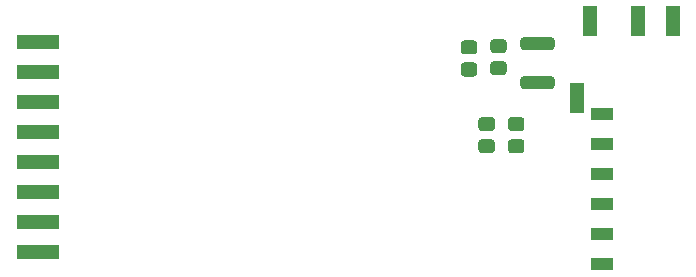
<source format=gbr>
%TF.GenerationSoftware,KiCad,Pcbnew,(5.1.6)-1*%
%TF.CreationDate,2022-07-31T05:20:52+09:00*%
%TF.ProjectId,az-core-top,617a2d63-6f72-4652-9d74-6f702e6b6963,rev?*%
%TF.SameCoordinates,Original*%
%TF.FileFunction,Paste,Bot*%
%TF.FilePolarity,Positive*%
%FSLAX46Y46*%
G04 Gerber Fmt 4.6, Leading zero omitted, Abs format (unit mm)*
G04 Created by KiCad (PCBNEW (5.1.6)-1) date 2022-07-31 05:20:52*
%MOMM*%
%LPD*%
G01*
G04 APERTURE LIST*
%ADD10R,3.600000X1.270000*%
%ADD11R,1.900000X1.000000*%
%ADD12R,1.200000X2.500000*%
G04 APERTURE END LIST*
%TO.C,F1*%
G36*
G01*
X164975000Y-91600000D02*
X162625000Y-91600000D01*
G75*
G02*
X162350000Y-91325000I0J275000D01*
G01*
X162350000Y-90775000D01*
G75*
G02*
X162625000Y-90500000I275000J0D01*
G01*
X164975000Y-90500000D01*
G75*
G02*
X165250000Y-90775000I0J-275000D01*
G01*
X165250000Y-91325000D01*
G75*
G02*
X164975000Y-91600000I-275000J0D01*
G01*
G37*
G36*
G01*
X164975000Y-88300000D02*
X162625000Y-88300000D01*
G75*
G02*
X162350000Y-88025000I0J275000D01*
G01*
X162350000Y-87475000D01*
G75*
G02*
X162625000Y-87200000I275000J0D01*
G01*
X164975000Y-87200000D01*
G75*
G02*
X165250000Y-87475000I0J-275000D01*
G01*
X165250000Y-88025000D01*
G75*
G02*
X164975000Y-88300000I-275000J0D01*
G01*
G37*
%TD*%
D10*
%TO.C,REF\u002A\u002A*%
X121500000Y-87610000D03*
X121500000Y-90150000D03*
X121500000Y-92690000D03*
X121500000Y-95230000D03*
X121500000Y-97770000D03*
X121500000Y-100310000D03*
X121500000Y-102850000D03*
X121500000Y-105390000D03*
%TD*%
D11*
%TO.C,REF\u002A\u002A*%
X169250000Y-93750000D03*
X169250000Y-98830000D03*
X169250000Y-103910000D03*
X169250000Y-106450000D03*
X169250000Y-101370000D03*
X169250000Y-96290000D03*
%TD*%
%TO.C,R4*%
G36*
G01*
X162400000Y-97037500D02*
X161600000Y-97037500D01*
G75*
G02*
X161300000Y-96737500I0J300000D01*
G01*
X161300000Y-96137500D01*
G75*
G02*
X161600000Y-95837500I300000J0D01*
G01*
X162400000Y-95837500D01*
G75*
G02*
X162700000Y-96137500I0J-300000D01*
G01*
X162700000Y-96737500D01*
G75*
G02*
X162400000Y-97037500I-300000J0D01*
G01*
G37*
G36*
G01*
X162400000Y-95162500D02*
X161600000Y-95162500D01*
G75*
G02*
X161300000Y-94862500I0J300000D01*
G01*
X161300000Y-94262500D01*
G75*
G02*
X161600000Y-93962500I300000J0D01*
G01*
X162400000Y-93962500D01*
G75*
G02*
X162700000Y-94262500I0J-300000D01*
G01*
X162700000Y-94862500D01*
G75*
G02*
X162400000Y-95162500I-300000J0D01*
G01*
G37*
%TD*%
%TO.C,R3*%
G36*
G01*
X159900000Y-95162500D02*
X159100000Y-95162500D01*
G75*
G02*
X158800000Y-94862500I0J300000D01*
G01*
X158800000Y-94262500D01*
G75*
G02*
X159100000Y-93962500I300000J0D01*
G01*
X159900000Y-93962500D01*
G75*
G02*
X160200000Y-94262500I0J-300000D01*
G01*
X160200000Y-94862500D01*
G75*
G02*
X159900000Y-95162500I-300000J0D01*
G01*
G37*
G36*
G01*
X159900000Y-97037500D02*
X159100000Y-97037500D01*
G75*
G02*
X158800000Y-96737500I0J300000D01*
G01*
X158800000Y-96137500D01*
G75*
G02*
X159100000Y-95837500I300000J0D01*
G01*
X159900000Y-95837500D01*
G75*
G02*
X160200000Y-96137500I0J-300000D01*
G01*
X160200000Y-96737500D01*
G75*
G02*
X159900000Y-97037500I-300000J0D01*
G01*
G37*
%TD*%
%TO.C,R2*%
G36*
G01*
X160100000Y-89237500D02*
X160900000Y-89237500D01*
G75*
G02*
X161200000Y-89537500I0J-300000D01*
G01*
X161200000Y-90137500D01*
G75*
G02*
X160900000Y-90437500I-300000J0D01*
G01*
X160100000Y-90437500D01*
G75*
G02*
X159800000Y-90137500I0J300000D01*
G01*
X159800000Y-89537500D01*
G75*
G02*
X160100000Y-89237500I300000J0D01*
G01*
G37*
G36*
G01*
X160100000Y-87362500D02*
X160900000Y-87362500D01*
G75*
G02*
X161200000Y-87662500I0J-300000D01*
G01*
X161200000Y-88262500D01*
G75*
G02*
X160900000Y-88562500I-300000J0D01*
G01*
X160100000Y-88562500D01*
G75*
G02*
X159800000Y-88262500I0J300000D01*
G01*
X159800000Y-87662500D01*
G75*
G02*
X160100000Y-87362500I300000J0D01*
G01*
G37*
%TD*%
%TO.C,R1*%
G36*
G01*
X157600000Y-87462500D02*
X158400000Y-87462500D01*
G75*
G02*
X158700000Y-87762500I0J-300000D01*
G01*
X158700000Y-88362500D01*
G75*
G02*
X158400000Y-88662500I-300000J0D01*
G01*
X157600000Y-88662500D01*
G75*
G02*
X157300000Y-88362500I0J300000D01*
G01*
X157300000Y-87762500D01*
G75*
G02*
X157600000Y-87462500I300000J0D01*
G01*
G37*
G36*
G01*
X157600000Y-89337500D02*
X158400000Y-89337500D01*
G75*
G02*
X158700000Y-89637500I0J-300000D01*
G01*
X158700000Y-90237500D01*
G75*
G02*
X158400000Y-90537500I-300000J0D01*
G01*
X157600000Y-90537500D01*
G75*
G02*
X157300000Y-90237500I0J300000D01*
G01*
X157300000Y-89637500D01*
G75*
G02*
X157600000Y-89337500I300000J0D01*
G01*
G37*
%TD*%
D12*
%TO.C,PJ320D*%
X167175000Y-92350000D03*
X168275000Y-85850000D03*
X172275000Y-85850000D03*
X175275000Y-85850000D03*
%TD*%
M02*

</source>
